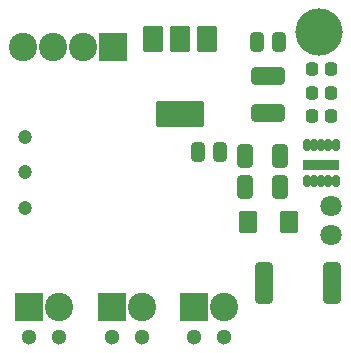
<source format=gbr>
%TF.GenerationSoftware,KiCad,Pcbnew,6.0.2+dfsg-1*%
%TF.CreationDate,2023-10-20T16:05:59+09:00*%
%TF.ProjectId,Hibot_agostiniLuca,4869626f-745f-4616-976f-7374696e694c,rev?*%
%TF.SameCoordinates,Original*%
%TF.FileFunction,Soldermask,Bot*%
%TF.FilePolarity,Negative*%
%FSLAX46Y46*%
G04 Gerber Fmt 4.6, Leading zero omitted, Abs format (unit mm)*
G04 Created by KiCad (PCBNEW 6.0.2+dfsg-1) date 2023-10-20 16:05:59*
%MOMM*%
%LPD*%
G01*
G04 APERTURE LIST*
G04 Aperture macros list*
%AMRoundRect*
0 Rectangle with rounded corners*
0 $1 Rounding radius*
0 $2 $3 $4 $5 $6 $7 $8 $9 X,Y pos of 4 corners*
0 Add a 4 corners polygon primitive as box body*
4,1,4,$2,$3,$4,$5,$6,$7,$8,$9,$2,$3,0*
0 Add four circle primitives for the rounded corners*
1,1,$1+$1,$2,$3*
1,1,$1+$1,$4,$5*
1,1,$1+$1,$6,$7*
1,1,$1+$1,$8,$9*
0 Add four rect primitives between the rounded corners*
20,1,$1+$1,$2,$3,$4,$5,0*
20,1,$1+$1,$4,$5,$6,$7,0*
20,1,$1+$1,$6,$7,$8,$9,0*
20,1,$1+$1,$8,$9,$2,$3,0*%
G04 Aperture macros list end*
%ADD10C,1.800000*%
%ADD11C,1.300000*%
%ADD12RoundRect,0.100000X-1.100000X-1.100000X1.100000X-1.100000X1.100000X1.100000X-1.100000X1.100000X0*%
%ADD13C,2.400000*%
%ADD14RoundRect,0.100000X1.100000X1.100000X-1.100000X1.100000X-1.100000X-1.100000X1.100000X-1.100000X0*%
%ADD15C,4.000000*%
%ADD16C,1.200000*%
%ADD17RoundRect,0.350000X0.425000X1.425000X-0.425000X1.425000X-0.425000X-1.425000X0.425000X-1.425000X0*%
%ADD18RoundRect,0.325000X-0.225000X-0.250000X0.225000X-0.250000X0.225000X0.250000X-0.225000X0.250000X0*%
%ADD19RoundRect,0.100000X-0.750000X1.000000X-0.750000X-1.000000X0.750000X-1.000000X0.750000X1.000000X0*%
%ADD20RoundRect,0.100000X-1.900000X1.000000X-1.900000X-1.000000X1.900000X-1.000000X1.900000X1.000000X0*%
%ADD21RoundRect,0.350000X1.075000X-0.400000X1.075000X0.400000X-1.075000X0.400000X-1.075000X-0.400000X0*%
%ADD22RoundRect,0.350000X0.325000X0.650000X-0.325000X0.650000X-0.325000X-0.650000X0.325000X-0.650000X0*%
%ADD23RoundRect,0.100000X0.650000X0.850000X-0.650000X0.850000X-0.650000X-0.850000X0.650000X-0.850000X0*%
%ADD24RoundRect,0.350000X0.250000X0.475000X-0.250000X0.475000X-0.250000X-0.475000X0.250000X-0.475000X0*%
%ADD25RoundRect,0.212500X0.112500X-0.287500X0.112500X0.287500X-0.112500X0.287500X-0.112500X-0.287500X0*%
%ADD26RoundRect,0.100000X1.450000X-0.350000X1.450000X0.350000X-1.450000X0.350000X-1.450000X-0.350000X0*%
G04 APERTURE END LIST*
D10*
%TO.C,F1*%
X153300000Y-104950000D03*
X153300000Y-102450000D03*
%TD*%
D11*
%TO.C,J3*%
X137270000Y-113540000D03*
X134730000Y-113540000D03*
D12*
X134730000Y-111000000D03*
D13*
X137270000Y-111000000D03*
%TD*%
D14*
%TO.C,J2*%
X134815000Y-89000000D03*
D13*
X132275000Y-89000000D03*
X129735000Y-89000000D03*
X127195000Y-89000000D03*
%TD*%
D11*
%TO.C,J4*%
X127730000Y-113540000D03*
X130270000Y-113540000D03*
D12*
X127730000Y-111000000D03*
D13*
X130270000Y-111000000D03*
%TD*%
D11*
%TO.C,J1*%
X141730000Y-113540000D03*
X144270000Y-113540000D03*
D12*
X141730000Y-111000000D03*
D13*
X144270000Y-111000000D03*
%TD*%
D15*
%TO.C,H1*%
X152275000Y-87700000D03*
%TD*%
D16*
%TO.C,TP3*%
X127400000Y-99600000D03*
%TD*%
D17*
%TO.C,D1*%
X153400000Y-109000000D03*
X147600000Y-109000000D03*
%TD*%
D18*
%TO.C,C8*%
X151725000Y-90850000D03*
X153275000Y-90850000D03*
%TD*%
D19*
%TO.C,U5*%
X138200000Y-88350000D03*
D20*
X140500000Y-94650000D03*
D19*
X140500000Y-88350000D03*
X142800000Y-88350000D03*
%TD*%
D21*
%TO.C,FB1*%
X148000000Y-94550000D03*
X148000000Y-91450000D03*
%TD*%
D22*
%TO.C,C2*%
X148975000Y-98250000D03*
X146025000Y-98250000D03*
%TD*%
D18*
%TO.C,C4*%
X151725000Y-94850000D03*
X153275000Y-94850000D03*
%TD*%
D23*
%TO.C,D2*%
X149750000Y-103850000D03*
X146250000Y-103850000D03*
%TD*%
D22*
%TO.C,C1*%
X149000000Y-100850000D03*
X146050000Y-100850000D03*
%TD*%
D16*
%TO.C,TP5*%
X127400000Y-102600000D03*
%TD*%
D24*
%TO.C,C11*%
X143950000Y-97850000D03*
X142050000Y-97850000D03*
%TD*%
D16*
%TO.C,TP4*%
X127400000Y-96600000D03*
%TD*%
D18*
%TO.C,C7*%
X151725000Y-92850000D03*
X153275000Y-92850000D03*
%TD*%
D25*
%TO.C,U3*%
X153700000Y-100375000D03*
X153100000Y-100375000D03*
X152500000Y-100375000D03*
X151900000Y-100375000D03*
X151300000Y-100375000D03*
X151300000Y-97325000D03*
X151900000Y-97325000D03*
X152500000Y-97325000D03*
X153100000Y-97325000D03*
X153700000Y-97325000D03*
D26*
X152500000Y-99025000D03*
%TD*%
D24*
%TO.C,C9*%
X148950000Y-88600000D03*
X147050000Y-88600000D03*
%TD*%
M02*

</source>
